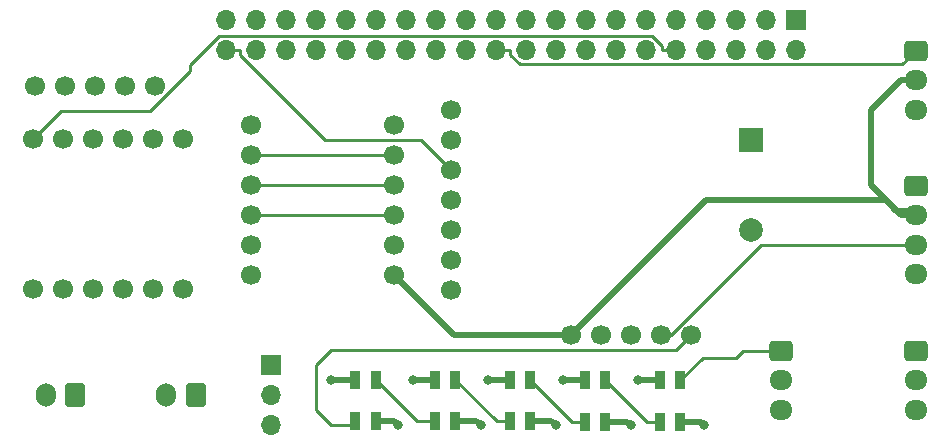
<source format=gbr>
%TF.GenerationSoftware,KiCad,Pcbnew,7.0.8-7.0.8~ubuntu22.04.1*%
%TF.CreationDate,2023-11-16T18:58:47+00:00*%
%TF.ProjectId,v4head,76346865-6164-42e6-9b69-6361645f7063,rev?*%
%TF.SameCoordinates,Original*%
%TF.FileFunction,Copper,L1,Top*%
%TF.FilePolarity,Positive*%
%FSLAX46Y46*%
G04 Gerber Fmt 4.6, Leading zero omitted, Abs format (unit mm)*
G04 Created by KiCad (PCBNEW 7.0.8-7.0.8~ubuntu22.04.1) date 2023-11-16 18:58:47*
%MOMM*%
%LPD*%
G01*
G04 APERTURE LIST*
G04 Aperture macros list*
%AMRoundRect*
0 Rectangle with rounded corners*
0 $1 Rounding radius*
0 $2 $3 $4 $5 $6 $7 $8 $9 X,Y pos of 4 corners*
0 Add a 4 corners polygon primitive as box body*
4,1,4,$2,$3,$4,$5,$6,$7,$8,$9,$2,$3,0*
0 Add four circle primitives for the rounded corners*
1,1,$1+$1,$2,$3*
1,1,$1+$1,$4,$5*
1,1,$1+$1,$6,$7*
1,1,$1+$1,$8,$9*
0 Add four rect primitives between the rounded corners*
20,1,$1+$1,$2,$3,$4,$5,0*
20,1,$1+$1,$4,$5,$6,$7,0*
20,1,$1+$1,$6,$7,$8,$9,0*
20,1,$1+$1,$8,$9,$2,$3,0*%
G04 Aperture macros list end*
%TA.AperFunction,SMDPad,CuDef*%
%ADD10R,0.850000X1.600000*%
%TD*%
%TA.AperFunction,ComponentPad*%
%ADD11C,1.700000*%
%TD*%
%TA.AperFunction,ComponentPad*%
%ADD12RoundRect,0.250000X-0.725000X0.600000X-0.725000X-0.600000X0.725000X-0.600000X0.725000X0.600000X0*%
%TD*%
%TA.AperFunction,ComponentPad*%
%ADD13O,1.950000X1.700000*%
%TD*%
%TA.AperFunction,ComponentPad*%
%ADD14R,1.700000X1.700000*%
%TD*%
%TA.AperFunction,ComponentPad*%
%ADD15O,1.700000X1.700000*%
%TD*%
%TA.AperFunction,ComponentPad*%
%ADD16R,2.000000X2.000000*%
%TD*%
%TA.AperFunction,ComponentPad*%
%ADD17C,2.000000*%
%TD*%
%TA.AperFunction,ComponentPad*%
%ADD18RoundRect,0.250000X0.600000X0.750000X-0.600000X0.750000X-0.600000X-0.750000X0.600000X-0.750000X0*%
%TD*%
%TA.AperFunction,ComponentPad*%
%ADD19O,1.700000X2.000000*%
%TD*%
%TA.AperFunction,ViaPad*%
%ADD20C,0.800000*%
%TD*%
%TA.AperFunction,Conductor*%
%ADD21C,0.250000*%
%TD*%
%TA.AperFunction,Conductor*%
%ADD22C,0.500000*%
%TD*%
G04 APERTURE END LIST*
D10*
%TO.P,D3,1,DOUT*%
%TO.N,Net-(D3-DOUT)*%
X162955000Y-81224000D03*
%TO.P,D3,2,VSS*%
%TO.N,GND*%
X161205000Y-81224000D03*
%TO.P,D3,3,DIN*%
%TO.N,Net-(D2-DOUT)*%
X161205000Y-84724000D03*
%TO.P,D3,4,VDD*%
%TO.N,+5V*%
X162955000Y-84724000D03*
%TD*%
%TO.P,D1,1,DOUT*%
%TO.N,Net-(D1-DOUT)*%
X149860000Y-81224000D03*
%TO.P,D1,2,VSS*%
%TO.N,GND*%
X148110000Y-81224000D03*
%TO.P,D1,3,DIN*%
%TO.N,Net-(D1-DIN)*%
X148110000Y-84724000D03*
%TO.P,D1,4,VDD*%
%TO.N,+5V*%
X149860000Y-84724000D03*
%TD*%
D11*
%TO.P,LLC1,1,HV*%
%TO.N,+5V*%
X128427500Y-73547500D03*
%TO.P,LLC1,2,GND*%
%TO.N,GND*%
X125887500Y-73547500D03*
%TO.P,LLC1,3,HV1*%
%TO.N,Net-(5VMODULE1-Pin_1)*%
X133507500Y-73547500D03*
%TO.P,LLC1,4,HV2*%
%TO.N,Net-(LLC1-HV2)*%
X130967500Y-73547500D03*
%TO.P,LLC1,5,HV3*%
%TO.N,Net-(LLC1-HV3)*%
X123347500Y-73547500D03*
%TO.P,LLC1,6,HV4*%
%TO.N,Net-(LLC1-HV4)*%
X120807500Y-73547500D03*
%TO.P,LLC1,7,LV*%
%TO.N,+3V3*%
X128427500Y-60847500D03*
%TO.P,LLC1,8,GND*%
%TO.N,GND*%
X125887500Y-60847500D03*
%TO.P,LLC1,9,LV1*%
%TO.N,Net-(J1-PWM1{slash}GPIO13)*%
X133507500Y-60847500D03*
%TO.P,LLC1,10,LV2*%
%TO.N,Net-(J1-PWM0{slash}GPIO12)*%
X130967500Y-60847500D03*
%TO.P,LLC1,11,LV3*%
%TO.N,Net-(J1-GPIO14{slash}TXD)*%
X123347500Y-60847500D03*
%TO.P,LLC1,12,LV4*%
%TO.N,Net-(J1-GPIO15{slash}RXD)*%
X120807500Y-60847500D03*
%TD*%
%TO.P,RCWL-1,1,CDS*%
%TO.N,unconnected-(RCWL-1-CDS-Pad1)*%
X131162500Y-56402500D03*
%TO.P,RCWL-1,2,VCC*%
%TO.N,+5V*%
X128622500Y-56402500D03*
%TO.P,RCWL-1,3,OUT*%
%TO.N,Net-(J1-GPIO26)*%
X126082500Y-56402500D03*
%TO.P,RCWL-1,4,GND*%
%TO.N,GND*%
X123542500Y-56402500D03*
%TO.P,RCWL-1,5,3V3_OUT*%
%TO.N,unconnected-(RCWL-1-3V3_OUT-Pad5)*%
X121002500Y-56402500D03*
%TD*%
%TO.P,AMP1,1,5v*%
%TO.N,+5V*%
X156210000Y-73660000D03*
%TO.P,AMP1,2,Gnd*%
%TO.N,GND*%
X156210000Y-71120000D03*
%TO.P,AMP1,3,SD*%
%TO.N,unconnected-(AMP1-SD-Pad3)*%
X156210000Y-68580000D03*
%TO.P,AMP1,4,Gain*%
%TO.N,unconnected-(AMP1-Gain-Pad4)*%
X156210000Y-66040000D03*
%TO.P,AMP1,5,DIN*%
%TO.N,Net-(AMP1-DIN)*%
X156210000Y-63500000D03*
%TO.P,AMP1,6,BCLK*%
%TO.N,Net-(AMP1-BCLK)*%
X156210000Y-60960000D03*
%TO.P,AMP1,7,LRCLK*%
%TO.N,Net-(AMP1-LRCLK)*%
X156210000Y-58420000D03*
%TD*%
D10*
%TO.P,D4,1,DOUT*%
%TO.N,Net-(D4-DOUT)*%
X169305000Y-81280000D03*
%TO.P,D4,2,VSS*%
%TO.N,GND*%
X167555000Y-81280000D03*
%TO.P,D4,3,DIN*%
%TO.N,Net-(D3-DOUT)*%
X167555000Y-84780000D03*
%TO.P,D4,4,VDD*%
%TO.N,+5V*%
X169305000Y-84780000D03*
%TD*%
D12*
%TO.P,5VMODULE1,1,Pin_1*%
%TO.N,Net-(5VMODULE1-Pin_1)*%
X195580000Y-78780000D03*
D13*
%TO.P,5VMODULE1,2,Pin_2*%
%TO.N,+5V*%
X195580000Y-81280000D03*
%TO.P,5VMODULE1,3,Pin_3*%
%TO.N,GND*%
X195580000Y-83780000D03*
%TD*%
D14*
%TO.P,J1,1,3V3*%
%TO.N,+3V3*%
X185420000Y-50800000D03*
D15*
%TO.P,J1,2,5V*%
%TO.N,+5V*%
X185420000Y-53340000D03*
%TO.P,J1,3,SDA/GPIO2*%
%TO.N,Net-(I2CMODULE1-Pin_3)*%
X182880000Y-50800000D03*
%TO.P,J1,4,5V*%
%TO.N,unconnected-(J1-5V-Pad4)*%
X182880000Y-53340000D03*
%TO.P,J1,5,SCL/GPIO3*%
%TO.N,Net-(I2CMODULE1-Pin_4)*%
X180340000Y-50800000D03*
%TO.P,J1,6,GND*%
%TO.N,GND*%
X180340000Y-53340000D03*
%TO.P,J1,7,GCLK0/GPIO4*%
%TO.N,unconnected-(J1-GCLK0{slash}GPIO4-Pad7)*%
X177800000Y-50800000D03*
%TO.P,J1,8,GPIO14/TXD*%
%TO.N,Net-(J1-GPIO14{slash}TXD)*%
X177800000Y-53340000D03*
%TO.P,J1,9,GND*%
%TO.N,GND*%
X175260000Y-50800000D03*
%TO.P,J1,10,GPIO15/RXD*%
%TO.N,Net-(J1-GPIO15{slash}RXD)*%
X175260000Y-53340000D03*
%TO.P,J1,11,GPIO17*%
%TO.N,unconnected-(J1-GPIO17-Pad11)*%
X172720000Y-50800000D03*
%TO.P,J1,12,GPIO18/PWM0*%
%TO.N,Net-(AMP1-BCLK)*%
X172720000Y-53340000D03*
%TO.P,J1,13,GPIO27*%
%TO.N,Net-(BZ1--)*%
X170180000Y-50800000D03*
%TO.P,J1,14,GND*%
%TO.N,GND*%
X170180000Y-53340000D03*
%TO.P,J1,15,GPIO22*%
%TO.N,unconnected-(J1-GPIO22-Pad15)*%
X167640000Y-50800000D03*
%TO.P,J1,16,GPIO23*%
%TO.N,unconnected-(J1-GPIO23-Pad16)*%
X167640000Y-53340000D03*
%TO.P,J1,17,3V3*%
%TO.N,unconnected-(J1-3V3-Pad17)*%
X165100000Y-50800000D03*
%TO.P,J1,18,GPIO24*%
%TO.N,unconnected-(J1-GPIO24-Pad18)*%
X165100000Y-53340000D03*
%TO.P,J1,19,MOSI0/GPIO10*%
%TO.N,unconnected-(J1-MOSI0{slash}GPIO10-Pad19)*%
X162560000Y-50800000D03*
%TO.P,J1,20,GND*%
%TO.N,GND*%
X162560000Y-53340000D03*
%TO.P,J1,21,MISO0/GPIO9*%
%TO.N,unconnected-(J1-MISO0{slash}GPIO9-Pad21)*%
X160020000Y-50800000D03*
%TO.P,J1,22,GPIO25*%
%TO.N,Net-(3VMODULE1-Pin_1)*%
X160020000Y-53340000D03*
%TO.P,J1,23,SCLK0/GPIO11*%
%TO.N,unconnected-(J1-SCLK0{slash}GPIO11-Pad23)*%
X157480000Y-50800000D03*
%TO.P,J1,24,~{CE0}/GPIO8*%
%TO.N,unconnected-(J1-~{CE0}{slash}GPIO8-Pad24)*%
X157480000Y-53340000D03*
%TO.P,J1,25,GND*%
%TO.N,GND*%
X154940000Y-50800000D03*
%TO.P,J1,26,~{CE1}/GPIO7*%
%TO.N,unconnected-(J1-~{CE1}{slash}GPIO7-Pad26)*%
X154940000Y-53340000D03*
%TO.P,J1,27,ID_SD/GPIO0*%
%TO.N,unconnected-(J1-ID_SD{slash}GPIO0-Pad27)*%
X152400000Y-50800000D03*
%TO.P,J1,28,ID_SC/GPIO1*%
%TO.N,unconnected-(J1-ID_SC{slash}GPIO1-Pad28)*%
X152400000Y-53340000D03*
%TO.P,J1,29,GCLK1/GPIO5*%
%TO.N,unconnected-(J1-GCLK1{slash}GPIO5-Pad29)*%
X149860000Y-50800000D03*
%TO.P,J1,30,GND*%
%TO.N,GND*%
X149860000Y-53340000D03*
%TO.P,J1,31,GCLK2/GPIO6*%
%TO.N,unconnected-(J1-GCLK2{slash}GPIO6-Pad31)*%
X147320000Y-50800000D03*
%TO.P,J1,32,PWM0/GPIO12*%
%TO.N,Net-(J1-PWM0{slash}GPIO12)*%
X147320000Y-53340000D03*
%TO.P,J1,33,PWM1/GPIO13*%
%TO.N,Net-(J1-PWM1{slash}GPIO13)*%
X144780000Y-50800000D03*
%TO.P,J1,34,GND*%
%TO.N,GND*%
X144780000Y-53340000D03*
%TO.P,J1,35,GPIO19/MISO1*%
%TO.N,Net-(AMP1-LRCLK)*%
X142240000Y-50800000D03*
%TO.P,J1,36,GPIO16*%
%TO.N,unconnected-(J1-GPIO16-Pad36)*%
X142240000Y-53340000D03*
%TO.P,J1,37,GPIO26*%
%TO.N,Net-(J1-GPIO26)*%
X139700000Y-50800000D03*
%TO.P,J1,38,GPIO20/MOSI1*%
%TO.N,Net-(J1-GPIO20{slash}MOSI1)*%
X139700000Y-53340000D03*
%TO.P,J1,39,GND*%
%TO.N,GND*%
X137160000Y-50800000D03*
%TO.P,J1,40,GPIO21/SCLK1*%
%TO.N,Net-(AMP1-DIN)*%
X137160000Y-53340000D03*
%TD*%
D10*
%TO.P,D5,1,DOUT*%
%TO.N,Net-(D5-DOUT)*%
X175655000Y-81280000D03*
%TO.P,D5,2,VSS*%
%TO.N,GND*%
X173905000Y-81280000D03*
%TO.P,D5,3,DIN*%
%TO.N,Net-(D4-DOUT)*%
X173905000Y-84780000D03*
%TO.P,D5,4,VDD*%
%TO.N,+5V*%
X175655000Y-84780000D03*
%TD*%
D12*
%TO.P,3VMODULE1,1,Pin_1*%
%TO.N,Net-(3VMODULE1-Pin_1)*%
X195580000Y-53380000D03*
D13*
%TO.P,3VMODULE1,2,Pin_2*%
%TO.N,+3V3*%
X195580000Y-55880000D03*
%TO.P,3VMODULE1,3,Pin_3*%
%TO.N,GND*%
X195580000Y-58380000D03*
%TD*%
D16*
%TO.P,BZ1,1,-*%
%TO.N,Net-(BZ1--)*%
X181610000Y-60970000D03*
D17*
%TO.P,BZ1,2,+*%
%TO.N,GND*%
X181610000Y-68570000D03*
%TD*%
D11*
%TO.P,MIC2,1,SEL*%
%TO.N,GND*%
X139335000Y-59690000D03*
%TO.P,MIC2,2,LRCLK*%
%TO.N,Net-(AMP1-LRCLK)*%
X139335000Y-62230000D03*
%TO.P,MIC2,3,DOUT*%
%TO.N,Net-(J1-GPIO20{slash}MOSI1)*%
X139335000Y-64770000D03*
%TO.P,MIC2,4,BCLK*%
%TO.N,Net-(AMP1-BCLK)*%
X139335000Y-67310000D03*
%TO.P,MIC2,5,Gnd*%
%TO.N,GND*%
X139335000Y-69850000D03*
%TO.P,MIC2,6,3v*%
%TO.N,+3V3*%
X139335000Y-72390000D03*
%TD*%
%TO.P,NEO1,1,VIN*%
%TO.N,+3V3*%
X166370000Y-77470000D03*
%TO.P,NEO1,2,Gnd*%
%TO.N,GND*%
X168910000Y-77470000D03*
%TO.P,NEO1,3,SCL*%
%TO.N,Net-(I2CMODULE1-Pin_4)*%
X171450000Y-77470000D03*
%TO.P,NEO1,4,SDA*%
%TO.N,Net-(I2CMODULE1-Pin_3)*%
X173990000Y-77470000D03*
%TO.P,NEO1,5,OUT*%
%TO.N,Net-(D1-DIN)*%
X176530000Y-77470000D03*
%TD*%
D12*
%TO.P,I2CMODULE1,1,Pin_1*%
%TO.N,GND*%
X195580000Y-64810000D03*
D13*
%TO.P,I2CMODULE1,2,Pin_2*%
%TO.N,+3V3*%
X195580000Y-67310000D03*
%TO.P,I2CMODULE1,3,Pin_3*%
%TO.N,Net-(I2CMODULE1-Pin_3)*%
X195580000Y-69810000D03*
%TO.P,I2CMODULE1,4,Pin_4*%
%TO.N,Net-(I2CMODULE1-Pin_4)*%
X195580000Y-72310000D03*
%TD*%
D10*
%TO.P,D2,1,DOUT*%
%TO.N,Net-(D2-DOUT)*%
X156605000Y-81224000D03*
%TO.P,D2,2,VSS*%
%TO.N,GND*%
X154855000Y-81224000D03*
%TO.P,D2,3,DIN*%
%TO.N,Net-(D1-DOUT)*%
X154855000Y-84724000D03*
%TO.P,D2,4,VDD*%
%TO.N,+5V*%
X156605000Y-84724000D03*
%TD*%
D14*
%TO.P,SRV1,1,Pin_1*%
%TO.N,Net-(LLC1-HV2)*%
X140970000Y-80010000D03*
D15*
%TO.P,SRV1,2,Pin_2*%
%TO.N,+5V*%
X140970000Y-82550000D03*
%TO.P,SRV1,3,Pin_3*%
%TO.N,GND*%
X140970000Y-85090000D03*
%TD*%
D18*
%TO.P,Serial2,1,Pin_1*%
%TO.N,Net-(LLC1-HV3)*%
X124420000Y-82550000D03*
D19*
%TO.P,Serial2,2,Pin_2*%
%TO.N,Net-(LLC1-HV4)*%
X121920000Y-82550000D03*
%TD*%
D12*
%TO.P,NEO2,1,Pin_1*%
%TO.N,Net-(D5-DOUT)*%
X184150000Y-78780000D03*
D13*
%TO.P,NEO2,2,Pin_2*%
%TO.N,+5V*%
X184150000Y-81280000D03*
%TO.P,NEO2,3,Pin_3*%
%TO.N,GND*%
X184150000Y-83780000D03*
%TD*%
D11*
%TO.P,MIC1,1,SEL*%
%TO.N,+3V3*%
X151400000Y-59690000D03*
%TO.P,MIC1,2,LRCLK*%
%TO.N,Net-(AMP1-LRCLK)*%
X151400000Y-62230000D03*
%TO.P,MIC1,3,DOUT*%
%TO.N,Net-(J1-GPIO20{slash}MOSI1)*%
X151400000Y-64770000D03*
%TO.P,MIC1,4,BCLK*%
%TO.N,Net-(AMP1-BCLK)*%
X151400000Y-67310000D03*
%TO.P,MIC1,5,Gnd*%
%TO.N,GND*%
X151400000Y-69850000D03*
%TO.P,MIC1,6,3v*%
%TO.N,+3V3*%
X151400000Y-72390000D03*
%TD*%
D18*
%TO.P,Power1,1,Pin_1*%
%TO.N,+5V*%
X134620000Y-82550000D03*
D19*
%TO.P,Power1,2,Pin_2*%
%TO.N,GND*%
X132120000Y-82550000D03*
%TD*%
D20*
%TO.N,+5V*%
X177683445Y-85060340D03*
X171450000Y-85090000D03*
X165100000Y-85090000D03*
X151765000Y-85090000D03*
X158750000Y-85090000D03*
%TO.N,GND*%
X172085000Y-81280000D03*
X159385000Y-81280000D03*
X165735000Y-81280000D03*
X146050000Y-81280000D03*
X153035000Y-81280000D03*
%TD*%
D21*
%TO.N,Net-(D5-DOUT)*%
X177560000Y-79375000D02*
X180340000Y-79375000D01*
X175655000Y-81280000D02*
X177560000Y-79375000D01*
X180340000Y-79375000D02*
X180935000Y-78780000D01*
X180935000Y-78780000D02*
X184150000Y-78780000D01*
%TO.N,Net-(I2CMODULE1-Pin_3)*%
X173990000Y-77470000D02*
X174840000Y-77470000D01*
X174840000Y-77470000D02*
X182500000Y-69810000D01*
X182500000Y-69810000D02*
X195580000Y-69810000D01*
D22*
%TO.N,+3V3*%
X166370000Y-77470000D02*
X177800000Y-66040000D01*
X177800000Y-66040000D02*
X193040000Y-66040000D01*
X193040000Y-66040000D02*
X193903414Y-66903414D01*
X193903414Y-66903414D02*
X195173414Y-66903414D01*
X195580000Y-67310000D02*
X194310000Y-67310000D01*
X194310000Y-67310000D02*
X191770000Y-64770000D01*
X191770000Y-64770000D02*
X191770000Y-58420000D01*
X191770000Y-58420000D02*
X194310000Y-55880000D01*
X194310000Y-55880000D02*
X195580000Y-55880000D01*
%TO.N,+5V*%
X164734000Y-84724000D02*
X165100000Y-85090000D01*
X177403105Y-84780000D02*
X177683445Y-85060340D01*
X171140000Y-84780000D02*
X171450000Y-85090000D01*
X169305000Y-84780000D02*
X171140000Y-84780000D01*
X149860000Y-84724000D02*
X151399000Y-84724000D01*
X156605000Y-84724000D02*
X158384000Y-84724000D01*
X162955000Y-84724000D02*
X164734000Y-84724000D01*
X151399000Y-84724000D02*
X151765000Y-85090000D01*
X158384000Y-84724000D02*
X158750000Y-85090000D01*
X175655000Y-84780000D02*
X177403105Y-84780000D01*
%TO.N,GND*%
X148110000Y-81224000D02*
X148011000Y-81224000D01*
X167555000Y-81280000D02*
X165735000Y-81280000D01*
X159441000Y-81224000D02*
X159385000Y-81280000D01*
X147955000Y-81280000D02*
X146050000Y-81280000D01*
X154855000Y-81224000D02*
X153091000Y-81224000D01*
X161205000Y-81224000D02*
X159441000Y-81224000D01*
X173905000Y-81280000D02*
X172085000Y-81280000D01*
X153091000Y-81224000D02*
X153035000Y-81280000D01*
X148011000Y-81224000D02*
X147955000Y-81280000D01*
D21*
%TO.N,Net-(AMP1-DIN)*%
X153670000Y-60960000D02*
X156210000Y-63500000D01*
X145589100Y-60960000D02*
X153670000Y-60960000D01*
X138336900Y-53707800D02*
X145589100Y-60960000D01*
X138336900Y-53340000D02*
X138336900Y-53707800D01*
X137160000Y-53340000D02*
X138336900Y-53340000D01*
%TO.N,Net-(AMP1-BCLK)*%
X139335000Y-67310000D02*
X151400000Y-67310000D01*
%TO.N,Net-(AMP1-LRCLK)*%
X139335000Y-62230000D02*
X151400000Y-62230000D01*
%TO.N,Net-(J1-GPIO15{slash}RXD)*%
X130760900Y-58472400D02*
X123182500Y-58472400D01*
X173235800Y-52124900D02*
X136615300Y-52124900D01*
X136615300Y-52124900D02*
X134156600Y-54583600D01*
X134156600Y-54583600D02*
X134156600Y-55076700D01*
X134156600Y-55076700D02*
X130760900Y-58472400D01*
X174083100Y-53340000D02*
X174083100Y-52972200D01*
X123182500Y-58472500D02*
X120807500Y-60847500D01*
X174083100Y-52972200D02*
X173235800Y-52124900D01*
X123182500Y-58472400D02*
X123182500Y-58472500D01*
X175260000Y-53340000D02*
X174083100Y-53340000D01*
%TO.N,Net-(J1-GPIO20{slash}MOSI1)*%
X151400000Y-64770000D02*
X139335000Y-64770000D01*
%TO.N,Net-(D1-DOUT)*%
X153360000Y-84724000D02*
X154855000Y-84724000D01*
X149860000Y-81224000D02*
X153360000Y-84724000D01*
%TO.N,Net-(D1-DIN)*%
X144780000Y-83820000D02*
X146050000Y-85090000D01*
X176530000Y-77470000D02*
X175260000Y-78740000D01*
X175260000Y-78740000D02*
X146050000Y-78740000D01*
X144780000Y-80010000D02*
X144780000Y-83820000D01*
X146050000Y-85090000D02*
X147744000Y-85090000D01*
X147744000Y-85090000D02*
X148110000Y-84724000D01*
X146050000Y-78740000D02*
X144780000Y-80010000D01*
%TO.N,Net-(D2-DOUT)*%
X160105000Y-84724000D02*
X161205000Y-84724000D01*
X156605000Y-81224000D02*
X160105000Y-84724000D01*
%TO.N,Net-(D3-DOUT)*%
X162955000Y-81224000D02*
X166511000Y-84780000D01*
X166511000Y-84780000D02*
X167555000Y-84780000D01*
%TO.N,Net-(D4-DOUT)*%
X172805000Y-84780000D02*
X173905000Y-84780000D01*
X169305000Y-81280000D02*
X172805000Y-84780000D01*
%TO.N,Net-(3VMODULE1-Pin_1)*%
X162028100Y-54539000D02*
X194421000Y-54539000D01*
X161196900Y-53340000D02*
X161196900Y-53707800D01*
X194421000Y-54539000D02*
X195580000Y-53380000D01*
X160020000Y-53340000D02*
X161196900Y-53340000D01*
X161196900Y-53707800D02*
X162028100Y-54539000D01*
D22*
%TO.N,+3V3*%
X166370000Y-77470000D02*
X156480000Y-77470000D01*
X156480000Y-77470000D02*
X151400000Y-72390000D01*
%TD*%
M02*

</source>
